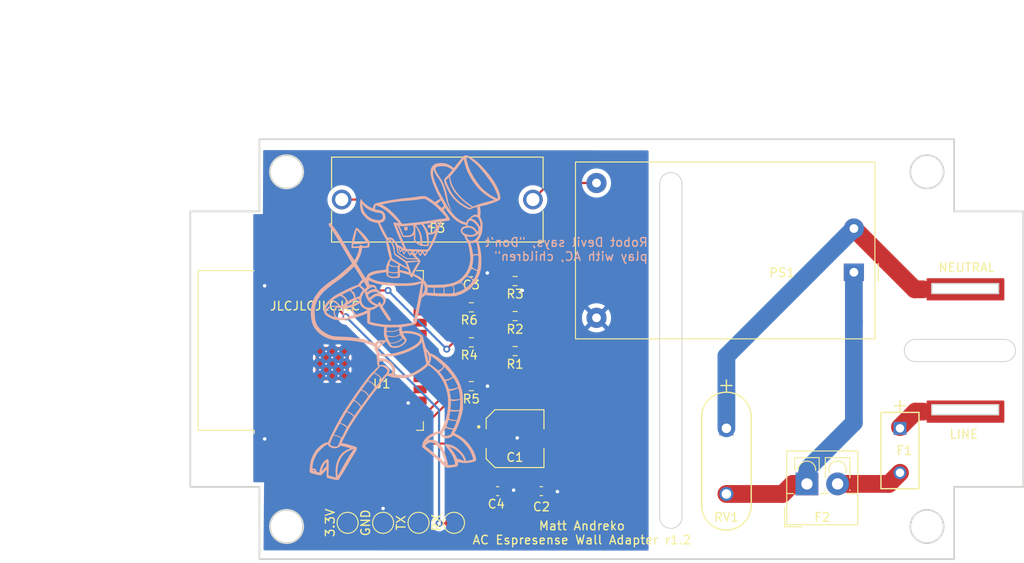
<source format=kicad_pcb>
(kicad_pcb (version 20221018) (generator pcbnew)
  (layers (0 "F.Cu" signal) (31 "B.Cu" signal) (34 "B.Paste" user) (35 "F.Paste" user) (36 "B.SilkS" user "B.Silkscreen") (37 "F.SilkS" user "F.Silkscreen") (38 "B.Mask" user) (39 "F.Mask" user) (44 "Edge.Cuts" user))
  (net 0 "")
  (net 1 "NEUT")
  (net 2 "Net-(F1-Pad2)")
  (net 3 "GND")
  (net 4 "Net-(PS1-AC{slash}L)")
  (net 5 "+3.3V")
  (net 6 "LINE")
  (net 7 "Net-(PS1-+Vout)")
  (net 8 "/EN")
  (net 9 "/IO0")
  (net 10 "Net-(U1-IO2)")
  (net 11 "Net-(U1-IO5)")
  (net 12 "Net-(U1-IO12)")
  (net 13 "Net-(U1-IO15)")
  (net 38 "/TX")
  (net 39 "/RX")
  (footprint "Capacitor_SMD:C_0603_1608Metric" (layer "F.Cu") (at 78 91)
    (fp_text reference "C4" (at -0.14058 1.47247) (layer "F.SilkS"))
    (fp_text value "100n")
    (pad "1" smd roundrect (at -0.775 0) (size 0.9 0.95) (layers "F.Cu" "F.Paste" "F.Mask") (net 5 "+3.3V"))
    (pad "2" smd roundrect (at 0.775 0) (size 0.9 0.95) (layers "F.Cu" "F.Paste" "F.Mask") (net 3 "GND"))
  )
  (footprint "Personal:FUSE_4527" (layer "F.Cu") (at 71.12 57.6922 180)
    (fp_text reference "F3" (at 0 -3.267808) (layer "F.SilkS"))
    (fp_text value "Quick Blow Fuse")
    (pad "1" thru_hole circle (at -10.92 0 180) (size 2.25 2.25) (drill 1.5) (layers "*.Cu" "*.Mask") (net 7 "Net-(PS1-+Vout)"))
    (pad "2" thru_hole circle (at 10.92 0 180) (size 2.25 2.25) (drill 1.5) (layers "*.Cu" "*.Mask") (net 5 "+3.3V"))
  )
  (footprint "Resistor_SMD:R_0603_1608Metric" (layer "F.Cu") (at 80 71)
    (fp_text reference "R2" (at 0 1.506328) (layer "F.SilkS"))
    (fp_text value "10k")
    (pad "1" smd roundrect (at -0.825 0) (size 0.8 0.95) (layers "F.Cu" "F.Paste" "F.Mask") (net 9 "/IO0"))
    (pad "2" smd roundrect (at 0.825 0) (size 0.8 0.95) (layers "F.Cu" "F.Paste" "F.Mask") (net 5 "+3.3V"))
  )
  (footprint "TestPoint:TestPoint_Pad_D2.0mm" (layer "F.Cu") (at 68.975 94.615 90)
    (fp_text reference "TX" (at 0 -1.998 90) (layer "F.SilkS"))
    (fp_text value "TestPoint")
    (pad "1" smd circle (at 0 0 90) (size 2 2) (layers "F.Cu" "F.Mask") (net 38 "/TX"))
  )
  (footprint "TerminalBlock_4Ucon:TerminalBlock_4Ucon_1x02_P3.50mm_Vertical" (layer "F.Cu") (at 113.34 90.17)
    (fp_text reference "F2" (at 1.75 3.81) (layer "F.SilkS"))
    (fp_text value "Thermal Fuse")
    (pad "1" thru_hole rect (at 0 0) (size 2.6 2.6) (drill 1.3) (layers "*.Cu" "*.Mask") (net 4 "Net-(PS1-AC{slash}L)"))
    (pad "2" thru_hole circle (at 3.5 0) (size 2.6 2.6) (drill 1.3) (layers "*.Cu" "*.Mask") (net 2 "Net-(F1-Pad2)"))
  )
  (footprint "Personal:RST_BEL" (layer "F.Cu") (at 123.9647 83.82 -90)
    (fp_text reference "F1" (at 2.54 -0.4953 unlocked) (layer "F.SilkS"))
    (fp_text value "Slow Blow Fuse")
    (pad "1" thru_hole rect (at 0 0 270) (size 1.4732 1.4732) (drill 0.9652) (layers "*.Cu" "*.Mask") (net 6 "LINE"))
    (pad "2" thru_hole circle (at 5.08 0 270) (size 1.4732 1.4732) (drill 0.9652) (layers "*.Cu" "*.Mask") (net 2 "Net-(F1-Pad2)"))
  )
  (footprint "Capacitor_SMD:C_0603_1608Metric" (layer "F.Cu") (at 75 66)
    (fp_text reference "C3" (at 0 1.435429) (layer "F.SilkS"))
    (fp_text value "10u")
    (pad "1" smd roundrect (at -0.775 0) (size 0.9 0.95) (layers "F.Cu" "F.Paste" "F.Mask") (net 5 "+3.3V"))
    (pad "2" smd roundrect (at 0.775 0) (size 0.9 0.95) (layers "F.Cu" "F.Paste" "F.Mask") (net 3 "GND"))
  )
  (footprint "Resistor_SMD:R_0603_1608Metric" (layer "F.Cu") (at 80 67)
    (fp_text reference "R3" (at 0 1.482695) (layer "F.SilkS"))
    (fp_text value "10k")
    (pad "1" smd roundrect (at -0.825 0) (size 0.8 0.95) (layers "F.Cu" "F.Paste" "F.Mask") (net 10 "Net-(U1-IO2)"))
    (pad "2" smd roundrect (at 0.825 0) (size 0.8 0.95) (layers "F.Cu" "F.Paste" "F.Mask") (net 3 "GND"))
  )
  (footprint "Resistor_SMD:R_0603_1608Metric" (layer "F.Cu") (at 75 70)
    (fp_text reference "R6" (at -0.237258 1.459062) (layer "F.SilkS"))
    (fp_text value "10k")
    (pad "1" smd roundrect (at -0.825 0) (size 0.8 0.95) (layers "F.Cu" "F.Paste" "F.Mask") (net 13 "Net-(U1-IO15)"))
    (pad "2" smd roundrect (at 0.825 0) (size 0.8 0.95) (layers "F.Cu" "F.Paste" "F.Mask") (net 5 "+3.3V"))
  )
  (footprint "Resistor_SMD:R_0603_1608Metric" (layer "F.Cu") (at 75 74)
    (fp_text reference "R4" (at -0.237258 1.459062) (layer "F.SilkS"))
    (fp_text value "10k")
    (pad "1" smd roundrect (at -0.825 0) (size 0.8 0.95) (layers "F.Cu" "F.Paste" "F.Mask") (net 11 "Net-(U1-IO5)"))
    (pad "2" smd roundrect (at 0.825 0) (size 0.8 0.95) (layers "F.Cu" "F.Paste" "F.Mask") (net 5 "+3.3V"))
  )
  (footprint "Converter_ACDC:Converter_ACDC_HiLink_HLK-PMxx" (layer "F.Cu") (at 118.7025 66 180)
    (fp_text reference "PS1" (at 8.2125 -0.04 180) (layer "F.SilkS"))
    (fp_text value "HLK-PM03")
    (pad "1" thru_hole rect (at 0 0 180) (size 2.3 2) (drill 1) (layers "*.Cu" "*.Mask") (net 4 "Net-(PS1-AC{slash}L)"))
    (pad "2" thru_hole circle (at 0 5 180) (size 2.3 2.3) (drill 1) (layers "*.Cu" "*.Mask") (net 1 "NEUT"))
    (pad "3" thru_hole circle (at 29.4 -5.2 180) (size 2.3 2.3) (drill 1) (layers "*.Cu" "*.Mask") (net 3 "GND"))
    (pad "4" thru_hole circle (at 29.4 10.2 180) (size 2.3 2.3) (drill 1) (layers "*.Cu" "*.Mask") (net 7 "Net-(PS1-+Vout)"))
  )
  (footprint "TestPoint:TestPoint_Pad_D2.0mm" (layer "F.Cu") (at 73.025 94.615 90)
    (fp_text reference "RX" (at 0 -1.998 90) (layer "F.SilkS"))
    (fp_text value "TestPoint")
    (pad "1" smd circle (at 0 0 90) (size 2 2) (layers "F.Cu" "F.Mask") (net 39 "/RX"))
  )
  (footprint "TestPoint:TestPoint_Pad_D2.0mm" (layer "F.Cu") (at 64.925 94.615 90)
    (fp_text reference "GND" (at 0 -1.998 90) (layer "F.SilkS"))
    (fp_text value "TestPoint")
    (pad "1" smd circle (at 0 0 90) (size 2 2) (layers "F.Cu" "F.Mask") (net 3 "GND"))
  )
  (footprint "RF_Module:ESP32-WROOM-32D" (layer "F.Cu") (at 59.645 74.93 90)
    (fp_text reference "U1" (at -3.81 5.125 180) (layer "F.SilkS"))
    (fp_text value "ESP32-WROOM-32D")
    (pad "1" smd rect (at -8.75 -8.25 90) (size 1.5 0.9) (layers "F.Cu" "F.Paste" "F.Mask") (net 3 "GND"))
    (pad "2" smd rect (at -8.75 -6.98 90) (size 1.5 0.9) (layers "F.Cu" "F.Paste" "F.Mask") (net 5 "+3.3V"))
    (pad "3" smd rect (at -8.75 -5.71 90) (size 1.5 0.9) (layers "F.Cu" "F.Paste" "F.Mask") (net 8 "/EN"))
    (pad "4" smd rect (at -8.75 -4.44 90) (size 1.5 0.9) (layers "F.Cu" "F.Paste" "F.Mask"))
    (pad "5" smd rect (at -8.75 -3.17 90) (size 1.5 0.9) (layers "F.Cu" "F.Paste" "F.Mask"))
    (pad "6" smd rect (at -8.75 -1.9 90) (size 1.5 0.9) (layers "F.Cu" "F.Paste" "F.Mask"))
    (pad "7" smd rect (at -8.75 -0.63 90) (size 1.5 0.9) (layers "F.Cu" "F.Paste" "F.Mask"))
    (pad "8" smd rect (at -8.75 0.64 90) (size 1.5 0.9) (layers "F.Cu" "F.Paste" "F.Mask"))
    (pad "9" smd rect (at -8.75 1.91 90) (size 1.5 0.9) (layers "F.Cu" "F.Paste" "F.Mask"))
    (pad "10" smd rect (at -8.75 3.18 90) (size 1.5 0.9) (layers "F.Cu" "F.Paste" "F.Mask"))
    (pad "11" smd rect (at -8.75 4.45 90) (size 1.5 0.9) (layers "F.Cu" "F.Paste" "F.Mask"))
    (pad "12" smd rect (at -8.75 5.72 90) (size 1.5 0.9) (layers "F.Cu" "F.Paste" "F.Mask"))
    (pad "13" smd rect (at -8.75 6.99 90) (size 1.5 0.9) (layers "F.Cu" "F.Paste" "F.Mask"))
    (pad "14" smd rect (at -8.75 8.26 90) (size 1.5 0.9) (layers "F.Cu" "F.Paste" "F.Mask") (net 12 "Net-(U1-IO12)"))
    (pad "15" smd rect (at -5.71 9.51 180) (size 1.5 0.9) (layers "F.Cu" "F.Paste" "F.Mask") (net 3 "GND"))
    (pad "16" smd rect (at -4.44 9.51 180) (size 1.5 0.9) (layers "F.Cu" "F.Paste" "F.Mask"))
    (pad "17" smd rect (at -3.17 9.51 180) (size 1.5 0.9) (layers "F.Cu" "F.Paste" "F.Mask"))
    (pad "18" smd rect (at -1.9 9.51 180) (size 1.5 0.9) (layers "F.Cu" "F.Paste" "F.Mask"))
    (pad "19" smd rect (at -0.63 9.51 180) (size 1.5 0.9) (layers "F.Cu" "F.Paste" "F.Mask"))
    (pad "20" smd rect (at 0.64 9.51 180) (size 1.5 0.9) (layers "F.Cu" "F.Paste" "F.Mask"))
    (pad "21" smd rect (at 1.91 9.51 180) (size 1.5 0.9) (layers "F.Cu" "F.Paste" "F.Mask"))
    (pad "22" smd rect (at 3.18 9.51 180) (size 1.5 0.9) (layers "F.Cu" "F.Paste" "F.Mask"))
    (pad "23" smd rect (at 4.45 9.51 180) (size 1.5 0.9) (layers "F.Cu" "F.Paste" "F.Mask") (net 13 "Net-(U1-IO15)"))
    (pad "24" smd rect (at 5.72 9.51 180) (size 1.5 0.9) (layers "F.Cu" "F.Paste" "F.Mask") (net 10 "Net-(U1-IO2)"))
    (pad "25" smd rect (at 8.75 8.26 90) (size 1.5 0.9) (layers "F.Cu" "F.Paste" "F.Mask") (net 9 "/IO0"))
    (pad "26" smd rect (at 8.75 6.99 90) (size 1.5 0.9) (layers "F.Cu" "F.Paste" "F.Mask"))
    (pad "27" smd rect (at 8.75 5.72 90) (size 1.5 0.9) (layers "F.Cu" "F.Paste" "F.Mask"))
    (pad "28" smd rect (at 8.75 4.45 90) (size 1.5 0.9) (layers "F.Cu" "F.Paste" "F.Mask"))
    (pad "29" smd rect (at 8.75 3.18 90) (size 1.5 0.9) (layers "F.Cu" "F.Paste" "F.Mask") (net 11 "Net-(U1-IO5)"))
    (pad "30" smd rect (at 8.75 1.91 90) (size 1.5 0.9) (layers "F.Cu" "F.Paste" "F.Mask"))
    (pad "31" smd rect (at 8.75 0.64 90) (size 1.5 0.9) (layers "F.Cu" "F.Paste" "F.Mask"))
    (pad "32" smd rect (at 8.75 -0.63 90) (size 1.5 0.9) (layers "F.Cu" "F.Paste" "F.Mask"))
    (pad "33" smd rect (at 8.75 -1.9 90) (size 1.5 0.9) (layers "F.Cu" "F.Paste" "F.Mask"))
    (pad "34" smd rect (at 8.75 -3.17 90) (size 1.5 0.9) (layers "F.Cu" "F.Paste" "F.Mask") (net 39 "/RX"))
    (pad "35" smd rect (at 8.75 -4.44 90) (size 1.5 0.9) (layers "F.Cu" "F.Paste" "F.Mask") (net 38 "/TX"))
    (pad "36" smd rect (at 8.75 -5.71 90) (size 1.5 0.9) (layers "F.Cu" "F.Paste" "F.Mask"))
    (pad "37" smd rect (at 8.75 -6.98 90) (size 1.5 0.9) (layers "F.Cu" "F.Paste" "F.Mask"))
    (pad "38" smd rect (at 8.75 -8.25 90) (size 1.5 0.9) (layers "F.Cu" "F.Paste" "F.Mask") (net 3 "GND"))
    (pad "39" smd rect (at -2.9 -1.93 90) (size 0.9 0.9) (layers "F.Cu" "F.Paste") (net 3 "GND"))
    (pad "39" thru_hole circle (at -2.9 -1.23 90) (size 0.6 0.6) (drill 0.2) (property pad_prop_heatsink) (layers "*.Cu" "F.Mask") (net 3 "GND"))
    (pad "39" smd rect (at -2.9 -0.53 90) (size 0.9 0.9) (layers "F.Cu" "F.Paste") (net 3 "GND"))
    (pad "39" thru_hole circle (at -2.9 0.17 90) (size 0.6 0.6) (drill 0.2) (property pad_prop_heatsink) (layers "*.Cu" "F.Mask") (net 3 "GND"))
    (pad "39" smd rect (at -2.9 0.87 90) (size 0.9 0.9) (layers "F.Cu" "F.Paste") (net 3 "GND"))
    (pad "39" thru_hole circle (at -2.2 -1.93 90) (size 0.6 0.6) (drill 0.2) (property pad_prop_heatsink) (layers "*.Cu" "F.Mask") (net 3 "GND"))
    (pad "39" thru_hole circle (at -2.2 -0.53 90) (size 0.6 0.6) (drill 0.2) (property pad_prop_heatsink) (layers "*.Cu" "F.Mask") (net 3 "GND"))
    (pad "39" thru_hole circle (at -2.2 0.87 90) (size 0.6 0.6) (drill 0.2) (property pad_prop_heatsink) (layers "*.Cu" "F.Mask") (net 3 "GND"))
    (pad "39" thru_hole circle (at -1.525 -1.23 90) (size 0.6 0.6) (drill 0.2) (property pad_prop_heatsink) (layers "*.Cu" "F.Mask") (net 3 "GND"))
    (pad "39" thru_hole circle (at -1.525 0.17 90) (size 0.6 0.6) (drill 0.2) (property pad_prop_heatsink) (layers "*.Cu" "F.Mask") (net 3 "GND"))
    (pad "39" smd rect (at -1.5 -1.93 90) (size 0.9 0.9) (layers "F.Cu" "F.Paste") (net 3 "GND"))
    (pad "39" smd rect (at -1.5 -0.53 90) (size 0.9 0.9) (layers "F.Cu" "F.Paste") (net 3 "GND"))
    (pad "39" smd rect (at -1.5 -0.53 90) (size 3.8 3.8) (layers "F.Cu" "F.Mask") (net 3 "GND"))
    (pad "39" smd rect (at -1.5 0.87 90) (size 0.9 0.9) (layers "F.Cu" "F.Paste") (net 3 "GND"))
    (pad "39" thru_hole circle (at -0.8 -1.93 90) (size 0.6 0.6) (drill 0.2) (property pad_prop_heatsink) (layers "*.Cu" "F.Mask") (net 3 "GND"))
    (pad "39" thru_hole circle (at -0.8 -0.53 90) (size 0.6 0.6) (drill 0.2) (property pad_prop_heatsink) (layers "*.Cu" "F.Mask") (net 3 "GND"))
    (pad "39" thru_hole circle (at -0.8 0.87 90) (size 0.6 0.6) (drill 0.2) (property pad_prop_heatsink) (layers "*.Cu" "F.Mask") (net 3 "GND"))
    (pad "39" smd rect (at -0.1 -1.93 90) (size 0.9 0.9) (layers "F.Cu" "F.Paste") (net 3 "GND"))
    (pad "39" thru_hole circle (at -0.1 -1.23 90) (size 0.6 0.6) (drill 0.2) (property pad_prop_heatsink) (layers "*.Cu" "F.Mask") (net 3 "GND"))
    (pad "39" smd rect (at -0.1 -0.53 90) (size 0.9 0.9) (layers "F.Cu" "F.Paste") (net 3 "GND"))
    (pad "39" thru_hole circle (at -0.1 0.17 90) (size 0.6 0.6) (drill 0.2) (property pad_prop_heatsink) (layers "*.Cu" "F.Mask") (net 3 "GND"))
    (pad "39" smd rect (at -0.1 0.87 90) (size 0.9 0.9) (layers "F.Cu" "F.Paste") (net 3 "GND"))
    (zone (net 0) (net_name "") (layers "*.Cu") (connect_pads (clearance 0)) (min_thickness 0.254)
      (keepout (tracks not_allowed) (vias not_allowed) (pads not_allowed) (copperpour not_allowed) (footprints not_allowed))
      (fill (thermal_gap 0.508) (thermal_bridge_width 0.508))
      (polygon (pts (xy 50.095 98.93) (xy 50.095 50.93) (xy 28.905 50.93) (xy 28.905 98.93)))
    )
  )
  (footprint "Capacitor_SMD:C_0603_1608Metric" (layer "F.Cu") (at 83 91)
    (fp_text reference "C2" (at 0.019694 1.791593) (layer "F.SilkS"))
    (fp_text value "100n")
    (pad "1" smd roundrect (at -0.775 0) (size 0.9 0.95) (layers "F.Cu" "F.Paste" "F.Mask") (net 5 "+3.3V"))
    (pad "2" smd roundrect (at 0.775 0) (size 0.9 0.95) (layers "F.Cu" "F.Paste" "F.Mask") (net 3 "GND"))
  )
  (footprint "Resistor_SMD:R_0603_1608Metric" (layer "F.Cu") (at 80 75)
    (fp_text reference "R1" (at 0 1.496103) (layer "F.SilkS"))
    (fp_text value "10k")
    (pad "1" smd roundrect (at -0.825 0) (size 0.8 0.95) (layers "F.Cu" "F.Paste" "F.Mask") (net 5 "+3.3V"))
    (pad "2" smd roundrect (at 0.825 0) (size 0.8 0.95) (layers "F.Cu" "F.Paste" "F.Mask") (net 8 "/EN"))
  )
  (footprint "Personal:VARS_B72214S_15p5x5p4-7p5_TDK" (layer "F.Cu") (at 104.14 83.82 -90)
    (fp_text reference "RV1" (at 10.16 0 unlocked) (layer "F.SilkS"))
    (fp_text value "Varistor")
    (pad "1" thru_hole rect (at 0 0 270) (size 1.6002 1.6002) (drill 1.0922) (layers "*.Cu" "*.Mask") (net 1 "NEUT"))
    (pad "2" thru_hole circle (at 7.5 0 270) (size 1.6002 1.6002) (drill 1.0922) (layers "*.Cu" "*.Mask") (net 4 "Net-(PS1-AC{slash}L)"))
  )
  (footprint "Resistor_SMD:R_0603_1608Metric" (layer "F.Cu") (at 75 79)
    (fp_text reference "R5" (at 0 1.47247) (layer "F.SilkS"))
    (fp_text value "10k")
    (pad "1" smd roundrect (at -0.825 0) (size 0.8 0.95) (layers "F.Cu" "F.Paste" "F.Mask") (net 12 "Net-(U1-IO12)"))
    (pad "2" smd roundrect (at 0.825 0) (size 0.8 0.95) (layers "F.Cu" "F.Paste" "F.Mask") (net 3 "GND"))
  )
  (footprint "Personal:CAP_EEEFK1C101P" (layer "F.Cu") (at 80 85)
    (fp_text reference "C1" (at -0.017368 2.135509) (layer "F.SilkS"))
    (fp_text value "100u")
    (pad "1" smd rect (at -2.5 0) (size 3.2 1.6) (layers "F.Cu" "F.Paste" "F.Mask") (net 5 "+3.3V"))
    (pad "2" smd rect (at 2.5 0) (size 3.2 1.6) (layers "F.Cu" "F.Paste" "F.Mask") (net 3 "GND"))
  )
  (footprint "TestPoint:TestPoint_Pad_D2.0mm" (layer "F.Cu") (at 60.875 94.615 90)
    (fp_text reference "3.3V" (at 0 -1.998 90) (layer "F.SilkS"))
    (fp_text value "TestPoint")
    (pad "1" smd circle (at 0 0 90) (size 2 2) (layers "F.Cu" "F.Mask") (net 5 "+3.3V"))
  )
  (footprint "Personal:robot_devil" (layer "B.Cu") (at 67.31 71.12 180)
    (fp_text reference "G***" hide)
    (fp_text value "LOGO" hide)
  )
  (gr_circle (center 127.0508 95.0341) (end 128.9558 95.0341) (stroke (width 0.2)) (fill none) (layer "Edge.Cuts"))
  (gr_circle (center 53.8988 54.5211) (end 55.8038 54.5211) (stroke (width 0.2)) (fill none) (layer "Edge.Cuts"))
  (gr_line (start 135.89 76.2) (end 125.73 76.2) (stroke (width 0.1)) (layer "Edge.Cuts"))
  (gr_line (start 50.8 90.5129) (end 50.8 98.7552) (stroke (width 0.2)) (layer "Edge.Cuts"))
  (gr_circle (center 127.0508 54.5211) (end 128.9558 54.5211) (stroke (width 0.2)) (fill none) (layer "Edge.Cuts"))
  (gr_line (start 131.4196 81.1276) (end 127.6096 81.1276) (stroke (width 0.15)) (layer "Edge.Cuts"))
  (gr_arc (start 125.73 76.2) (mid 124.46 74.93) (end 125.73 73.66) (stroke (width 0.1)) (layer "Edge.Cuts"))
  (gr_arc (start 96.52 55.88) (mid 97.79 54.61) (end 99.06 55.88) (stroke (width 0.1)) (layer "Edge.Cuts"))
  (gr_line (start 50.8 98.7552) (end 130.1496 98.7552) (stroke (width 0.2)) (layer "Edge.Cuts"))
  (gr_line (start 130.1496 90.5129) (end 130.1496 98.7552) (stroke (width 0.2)) (layer "Edge.Cuts"))
  (gr_line (start 50.8 59.0423) (end 42.9006 59.0423) (stroke (width 0.2)) (layer "Edge.Cuts"))
  (gr_line (start 135.2296 68.4276) (end 135.2296 67.2846) (stroke (width 0.15)) (layer "Edge.Cuts"))
  (gr_line (start 131.4196 68.4276) (end 135.2296 68.4276) (stroke (width 0.15)) (layer "Edge.Cuts"))
  (gr_line (start 42.9006 59.0423) (end 42.9006 90.5129) (stroke (width 0.2)) (layer "Edge.Cuts"))
  (gr_line (start 127.6096 68.4276) (end 127.6096 67.2846) (stroke (width 0.15)) (layer "Edge.Cuts"))
  (gr_line (start 125.73 73.66) (end 135.89 73.66) (stroke (width 0.1)) (layer "Edge.Cuts"))
  (gr_arc (start 99.06 93.98) (mid 97.79 95.25) (end 96.52 93.98) (stroke (width 0.1)) (layer "Edge.Cuts"))
  (gr_line (start 135.2296 81.1276) (end 135.2296 82.2706) (stroke (width 0.15)) (layer "Edge.Cuts"))
  (gr_line (start 99.06 93.98) (end 99.06 55.88) (stroke (width 0.1)) (layer "Edge.Cuts"))
  (gr_arc (start 135.89 73.66) (mid 137.16 74.93) (end 135.89 76.2) (stroke (width 0.1)) (layer "Edge.Cuts"))
  (gr_line (start 127.6096 82.2706) (end 135.2296 82.2706) (stroke (width 0.15)) (layer "Edge.Cuts"))
  (gr_line (start 127.6096 81.1276) (end 127.6096 82.2706) (stroke (width 0.15)) (layer "Edge.Cuts"))
  (gr_line (start 138.049 59.0423) (end 138.049 90.5129) (stroke (width 0.2)) (layer "Edge.Cuts"))
  (gr_line (start 131.4196 81.1276) (end 135.2296 81.1276) (stroke (width 0.15)) (layer "Edge.Cuts"))
  (gr_circle (center 53.8988 95.0341) (end 55.8038 95.0341) (stroke (width 0.2)) (fill none) (layer "Edge.Cuts"))
  (gr_line (start 42.9006 90.5129) (end 50.8 90.5129) (stroke (width 0.2)) (layer "Edge.Cuts"))
  (gr_line (start 130.1496 59.0423) (end 138.049 59.0423) (stroke (width 0.2)) (layer "Edge.Cuts"))
  (gr_line (start 50.8 50.8) (end 130.1496 50.8) (stroke (width 0.2)) (layer "Edge.Cuts"))
  (gr_line (start 50.8 50.8) (end 50.8 59.0423) (stroke (width 0.2)) (layer "Edge.Cuts"))
  (gr_line (start 138.049 90.5129) (end 130.1496 90.5129) (stroke (width 0.2)) (layer "Edge.Cuts"))
  (gr_line (start 130.1496 50.8) (end 130.1496 59.0423) (stroke (width 0.2)) (layer "Edge.Cuts"))
  (gr_line (start 127.6096 68.4276) (end 131.4196 68.4276) (stroke (width 0.15)) (layer "Edge.Cuts"))
  (gr_line (start 127.6096 67.2846) (end 135.2296 67.2846) (stroke (width 0.15)) (layer "Edge.Cuts"))
  (gr_line (start 96.52 55.88) (end 96.52 93.98) (stroke (width 0.1)) (layer "Edge.Cuts"))
  (gr_text "Robot Devil says, {dblquote}Don't \nplay with AC, children{dblquote}" (at 95.25 64.77) (layer "B.SilkS") (effects (font (size 1 1)) (justify left bottom mirror)))
  (gr_text "LINE" (at 129.54 85.09) (layer "F.SilkS") (effects (font (size 1 1)) (justify left bottom)))
  (gr_text "JLCJLCJLCJLC" (at 57.15 69.85) (layer "F.SilkS") (effects (font (size 1 1))))
  (gr_text "Matt Andreko\nAC Espresense Wall Adapter r1.2" (at 87.63 97.155) (layer "F.SilkS") (effects (font (size 1 1)) (justify bottom)))
  (gr_text "NEUTRAL" (at 128.27 66.04) (layer "F.SilkS") (effects (font (size 1 1)) (justify left bottom)))
  (segment (start 118.702 61) (end 125.648 67.945) (width 2.032) (layer "F.Cu") (net 1))
  (segment (start 125.648 67.945) (end 126.594 67.945) (width 2.032) (layer "F.Cu") (net 1))
  (segment (start 104.14 83.82) (end 104.14 75.5625) (width 2.032) (layer "B.Cu") (net 1))
  (segment (start 118.7025 61) (end 118.702 61) (width 0.25) (layer "B.Cu") (net 1))
  (segment (start 118.702 61) (end 116.761 62.9419) (width 2.032) (layer "B.Cu") (net 1))
  (segment (start 116.761 62.9419) (end 116.76 62.9419) (width 2.032) (layer "B.Cu") (net 1))
  (segment (start 104.14 75.5625) (end 116.76 62.9419) (width 2.032) (layer "B.Cu") (net 1))
  (segment (start 116.76 62.9419) (end 118.702 61) (width 2.032) (layer "B.Cu") (net 1))
  (segment (start 123.9647 88.9) (end 123.965 88.9003) (width 0.25) (layer "F.Cu") (net 2))
  (segment (start 116.84 90.17) (end 122.695 90.17) (width 2.032) (layer "F.Cu") (net 2))
  (segment (start 122.695 90.17) (end 123.965 88.9003) (width 2.032) (layer "F.Cu") (net 2))
  (segment (start 59.815 75.03) (end 60.515 75.03) (width 0.25) (layer "F.Cu") (net 3))
  (segment (start 80.4921 84.919) (end 80.2461 84.919) (width 0.25) (layer "F.Cu") (net 3))
  (segment (start 75.8514 66.0764) (end 76.8288 66.0764) (width 0.25) (layer "F.Cu") (net 3))
  (segment (start 69.155 80.64) (end 68.0781 80.64) (width 0.25) (layer "F.Cu") (net 3))
  (segment (start 68.0781 80.64) (end 67.7898 80.9283) (width 0.25) (layer "F.Cu") (net 3))
  (segment (start 59.115 77.13) (end 59.115 76.43) (width 0.25) (layer "F.Cu") (net 3))
  (segment (start 83.8265 91.0515) (end 83.775 91) (width 0.25) (layer "F.Cu") (net 3))
  (segment (start 64.925 92.974) (end 64.925 94.615) (width 0.25) (layer "F.Cu") (net 3))
  (segment (start 59.115 75.03) (end 58.415 75.03) (width 0.25) (layer "F.Cu") (net 3))
  (segment (start 82.5 85) (end 80.5731 85) (width 0.25) (layer "F.Cu") (net 3))
  (segment (start 51.395 67.5393) (end 51.395 66.18) (width 0.25) (layer "F.Cu") (net 3))
  (segment (start 76.8483 79.0043) (end 75.8293 79.0043) (width 0.25) (layer "F.Cu") (net 3))
  (segment (start 79.8332 90.8844) (end 78.8906 90.8844) (width 0.25) (layer "F.Cu") (net 3))
  (segment (start 75.8293 79.0043) (end 75.825 79) (width 0.25) (layer "F.Cu") (net 3))
  (segment (start 75.775 66) (end 75.8514 66.0764) (width 0.25) (layer "F.Cu") (net 3))
  (segment (start 84.8356 91.0515) (end 83.8265 91.0515) (width 0.25) (layer "F.Cu") (net 3))
  (segment (start 58.415 75.03) (end 57.715 75.03) (width 0.25) (layer "F.Cu") (net 3))
  (segment (start 80.825 68.078) (end 80.825 67) (width 0.25) (layer "F.Cu") (net 3))
  (segment (start 78.8906 90.8844) (end 78.775 91) (width 0.25) (layer "F.Cu") (net 3))
  (segment (start 60.515 75.73) (end 60.515 76.43) (width 0.25) (layer "F.Cu") (net 3))
  (segment (start 59.815 77.83) (end 60.515 77.83) (width 0.25) (layer "F.Cu") (net 3))
  (segment (start 51.395 85.0325) (end 51.395 83.68) (width 0.25) (layer "F.Cu") (net 3))
  (segment (start 59.115 77.83) (end 59.815 77.83) (width 0.25) (layer "F.Cu") (net 3))
  (segment (start 80.5731 85) (end 80.4921 84.919) (width 0.25) (layer "F.Cu") (net 3))
  (segment (start 58.415 77.83) (end 57.715 77.83) (width 0.25) (layer "F.Cu") (net 3))
  (segment (start 57.715 75.73) (end 57.715 76.43) (width 0.25) (layer "F.Cu") (net 3))
  (via (at 51.395 85.0325) (size 0.8) (drill 0.4) (layers "F.Cu" "B.Cu") (net 3))
  (via (at 76.8288 66.0764) (size 0.8) (drill 0.4) (layers "F.Cu" "B.Cu") (net 3))
  (via (at 76.8483 79.0043) (size 0.8) (drill 0.4) (layers "F.Cu" "B.Cu") (net 3))
  (via (at 67.7898 80.9283) (size 0.8) (drill 0.4) (layers "F.Cu" "B.Cu") (net 3))
  (via (at 84.8356 91.0515) (size 0.8) (drill 0.4) (layers "F.Cu" "B.Cu") (net 3))
  (via (at 80.2461 84.919) (size 0.8) (drill 0.4) (layers "F.Cu" "B.Cu") (net 3))
  (via (at 51.395 67.5393) (size 0.8) (drill 0.4) (layers "F.Cu" "B.Cu") (net 3))
  (via (at 79.8332 90.8844) (size 0.8) (drill 0.4) (layers "F.Cu" "B.Cu") (net 3))
  (via (at 64.925 92.974) (size 0.8) (drill 0.4) (layers "F.Cu" "B.Cu") (net 3))
  (via (at 80.825 68.078) (size 0.8) (drill 0.4) (layers "F.Cu" "B.Cu") (net 3))
  (segment (start 111.713 90.17) (end 113.34 90.17) (width 2.032) (layer "F.Cu") (net 4))
  (segment (start 104.14 91.32) (end 110.563 91.32) (width 2.032) (layer "F.Cu") (net 4))
  (segment (start 110.563 91.32) (end 111.713 90.17) (width 2.032) (layer "F.Cu") (net 4))
  (segment (start 118.702 83.1806) (end 118.702 71.6699) (width 2.032) (layer "B.Cu") (net 4))
  (segment (start 118.7025 71.6694) (end 118.7025 66) (width 2.032) (layer "B.Cu") (net 4))
  (segment (start 118.702 71.6699) (end 118.7025 71.6694) (width 0.25) (layer "B.Cu") (net 4))
  (segment (start 113.34 90.17) (end 113.34 88.5431) (width 2.032) (layer "B.Cu") (net 4))
  (segment (start 113.34 88.5431) (end 118.702 83.1806) (width 2.032) (layer "B.Cu") (net 4))
  (segment (start 75.825 74) (end 78.175 74) (width 0.25) (layer "F.Cu") (net 5))
  (segment (start 53.4715 85.5634) (end 59.8644 85.5634) (width 0.25) (layer "F.Cu") (net 5))
  (segment (start 80.97 73.35) (end 80.825 73.35) (width 0.25) (layer "F.Cu") (net 5))
  (segment (start 77.5 85) (end 77.5 85.5634) (width 0.25) (layer "F.Cu") (net 5))
  (segment (start 80.825 71) (end 82.55 69.275) (width 0.25) (layer "F.Cu") (net 5))
  (segment (start 82.225 91) (end 80.515 92.71) (width 0.25) (layer "F.Cu") (net 5))
  (segment (start 65.9172 57.6922) (end 74.225 66) (width 0.25) (layer "F.Cu") (net 5))
  (segment (start 82.55 69.275) (end 82.55 66.04) (width 0.25) (layer "F.Cu") (net 5))
  (segment (start 60.875 86.574) (end 60.875 94.615) (width 0.25) (layer "F.Cu") (net 5))
  (segment (start 80.515 92.71) (end 78.935 92.71) (width 0.25) (layer "F.Cu") (net 5))
  (segment (start 77.5 83.8731) (end 82.55 78.8231) (width 0.25) (layer "F.Cu") (net 5))
  (segment (start 77.5 90.725) (end 77.225 91) (width 0.25) (layer "F.Cu") (net 5))
  (segment (start 80.825 73.35) (end 79.175 75) (width 0.25) (layer "F.Cu") (net 5))
  (segment (start 77.5 85.5634) (end 77.5 90.725) (width 0.25) (layer "F.Cu") (net 5))
  (segment (start 60.2 57.6922) (end 65.9172 57.6922) (width 0.25) (layer "F.Cu") (net 5))
  (segment (start 78.935 92.71) (end 77.225 91) (width 0.25) (layer "F.Cu") (net 5))
  (segment (start 52.665 83.68) (end 52.665 84.7569) (width 0.25) (layer "F.Cu") (net 5))
  (segment (start 52.665 84.7569) (end 53.4715 85.5634) (width 0.25) (layer "F.Cu") (net 5))
  (segment (start 78.175 74) (end 79.175 75) (width 0.25) (layer "F.Cu") (net 5))
  (segment (start 80.825 71) (end 80.825 73.35) (width 0.25) (layer "F.Cu") (net 5))
  (segment (start 59.8644 85.5634) (end 60.875 86.574) (width 0.25) (layer "F.Cu") (net 5))
  (segment (start 81.28 64.77) (end 75.455 64.77) (width 0.25) (layer "F.Cu") (net 5))
  (segment (start 82.55 66.04) (end 81.28 64.77) (width 0.25) (layer "F.Cu") (net 5))
  (segment (start 59.8644 85.5634) (end 77.5 85.5634) (width 0.25) (layer "F.Cu") (net 5))
  (segment (start 75.825 70) (end 75.825 74) (width 0.25) (layer "F.Cu") (net 5))
  (segment (start 82.55 78.8231) (end 82.55 74.93) (width 0.25) (layer "F.Cu") (net 5))
  (segment (start 82.55 74.93) (end 80.97 73.35) (width 0.25) (layer "F.Cu") (net 5))
  (segment (start 77.5 85) (end 77.5 83.8731) (width 0.25) (layer "F.Cu") (net 5))
  (segment (start 75.455 64.77) (end 74.225 66) (width 0.25) (layer "F.Cu") (net 5))
  (segment (start 123.965 83.6803) (end 125.73 81.915) (width 2.032) (layer "F.Cu") (net 6))
  (segment (start 125.73 81.915) (end 126.594 81.915) (width 2.032) (layer "F.Cu") (net 6))
  (segment (start 123.9647 83.82) (end 123.965 83.82) (width 0.25) (layer "F.Cu") (net 6))
  (segment (start 89.3025 55.8) (end 83.9322 55.8) (width 0.25) (layer "F.Cu") (net 7))
  (segment (start 83.9322 55.8) (end 82.04 57.6922) (width 0.25) (layer "F.Cu") (net 7))
  (segment (start 80.825 75) (end 78.2751 77.5499) (width 0.25) (layer "F.Cu") (net 8))
  (segment (start 74.3809 77.5499) (end 70.2004 81.7304) (width 0.25) (layer "F.Cu") (net 8))
  (segment (start 54.8077 81.7304) (end 53.935 82.6031) (width 0.25) (layer "F.Cu") (net 8))
  (segment (start 70.2004 81.7304) (end 54.8077 81.7304) (width 0.25) (layer "F.Cu") (net 8))
  (segment (start 53.935 82.6031) (end 53.935 83.68) (width 0.25) (layer "F.Cu") (net 8))
  (segment (start 78.2751 77.5499) (end 74.3809 77.5499) (width 0.25) (layer "F.Cu") (net 8))
  (segment (start 78.6214 66.04) (end 77.3514 67.31) (width 0.25) (layer "F.Cu") (net 9))
  (segment (start 67.905 66.18) (end 67.905 66.635) (width 0.25) (layer "F.Cu") (net 9))
  (segment (start 79.9146 70.2604) (end 79.9146 66.5108) (width 0.25) (layer "F.Cu") (net 9))
  (segment (start 79.175 71) (end 79.9146 70.2604) (width 0.25) (layer "F.Cu") (net 9))
  (segment (start 67.905 66.635) (end 68.58 67.31) (width 0.25) (layer "F.Cu") (net 9))
  (segment (start 79.4438 66.04) (end 78.6214 66.04) (width 0.25) (layer "F.Cu") (net 9))
  (segment (start 68.58 67.31) (end 77.3514 67.31) (width 0.25) (layer "F.Cu") (net 9))
  (segment (start 79.9146 66.5108) (end 79.4438 66.04) (width 0.25) (layer "F.Cu") (net 9))
  (segment (start 79.175 67) (end 77.7087 68.4663) (width 0.25) (layer "F.Cu") (net 10))
  (segment (start 77.7087 68.4663) (end 70.9756 68.4663) (width 0.25) (layer "F.Cu") (net 10))
  (segment (start 70.9756 68.4663) (end 70.2319 69.21) (width 0.25) (layer "F.Cu") (net 10))
  (segment (start 70.2319 69.21) (end 69.155 69.21) (width 0.25) (layer "F.Cu") (net 10))
  (segment (start 74.175 74) (end 72.9698 74) (width 0.25) (layer "F.Cu") (net 11))
  (segment (start 72.9698 74) (end 72.1926 74.7772) (width 0.25) (layer "F.Cu") (net 11))
  (segment (start 62.825 66.18) (end 62.825 67.18) (width 0.25) (layer "F.Cu") (net 11))
  (segment (start 63.7204 68.0754) (end 65.4908 68.0754) (width 0.25) (layer "F.Cu") (net 11))
  (segment (start 62.825 67.18) (end 63.7204 68.0754) (width 0.25) (layer "F.Cu") (net 11))
  (via (at 65.4908 68.0754) (size 0.8) (drill 0.4) (layers "F.Cu" "B.Cu") (net 11))
  (via (at 72.1926 74.7772) (size 0.8) (drill 0.4) (layers "F.Cu" "B.Cu") (net 11))
  (segment (start 72.1926 74.7772) (end 65.4908 68.0754) (width 0.25) (layer "B.Cu") (net 11))
  (segment (start 67.905 83.68) (end 69.495 83.68) (width 0.25) (layer "F.Cu") (net 12))
  (segment (start 69.495 83.68) (end 74.175 79) (width 0.25) (layer "F.Cu") (net 12))
  (segment (start 70.7119 70) (end 70.2319 70.48) (width 0.25) (layer "F.Cu") (net 13))
  (segment (start 70.2319 70.48) (end 69.155 70.48) (width 0.25) (layer "F.Cu") (net 13))
  (segment (start 74.175 70) (end 70.7119 70) (width 0.25) (layer "F.Cu") (net 13))
  (segment (start 50.6181 81.5609) (end 50.6181 86.8131) (width 0.25) (layer "F.Cu") (net 38))
  (segment (start 55.205 66.18) (end 55.205 76.974) (width 0.25) (layer "F.Cu") (net 38))
  (segment (start 58.42 97.155) (end 66.435 97.155) (width 0.25) (layer "F.Cu") (net 38))
  (segment (start 57.15 93.345) (end 57.15 95.885) (width 0.25) (layer "F.Cu") (net 38))
  (segment (start 66.435 97.155) (end 68.975 94.615) (width 0.25) (layer "F.Cu") (net 38))
  (segment (start 55.205 76.974) (end 50.6181 81.5609) (width 0.25) (layer "F.Cu") (net 38))
  (segment (start 50.6181 86.8131) (end 57.15 93.345) (width 0.25) (layer "F.Cu") (net 38))
  (segment (start 57.15 95.885) (end 58.42 97.155) (width 0.25) (layer "F.Cu") (net 38))
  (segment (start 71.318 94.6758) (end 72.9642 94.6758) (width 0.25) (layer "F.Cu") (net 39))
  (segment (start 56.475 66.18) (end 56.475 66.8692) (width 0.25) (layer "F.Cu") (net 39))
  (segment (start 56.475 66.8692) (end 60.6787 71.0729) (width 0.25) (layer "F.Cu") (net 39))
  (segment (start 72.9642 94.6758) (end 73.025 94.615) (width 0.25) (layer "F.Cu") (net 39))
  (via (at 71.318 94.6758) (size 0.8) (drill 0.4) (layers "F.Cu" "B.Cu") (net 39))
  (via (at 60.6787 71.0729) (size 0.8) (drill 0.4) (layers "F.Cu" "B.Cu") (net 39))
  (segment (start 60.6787 71.0729) (end 71.318 81.7122) (width 0.25) (layer "B.Cu") (net 39))
  (segment (start 71.318 81.7122) (end 71.318 94.6758) (width 0.25) (layer "B.Cu") (net 39))
  (zone (net 1) (net_name "NEUT") (layer "F.Cu") (priority 1) (connect_pads yes (clearance 0.508)) (min_thickness 0.25) (fill yes (thermal_gap 0.5) (thermal_bridge_width 0.5))
    (polygon (pts (xy 135.89 69.215) (xy 135.89 66.675) (xy 127 66.675) (xy 127 69.215)))
  )
  (zone (net 6) (net_name "LINE") (layer "F.Cu") (priority 2) (connect_pads yes (clearance 0.508)) (min_thickness 0.25) (fill yes (thermal_gap 0.5) (thermal_bridge_width 0.5))
    (polygon (pts (xy 127 80.645) (xy 135.89 80.645) (xy 135.89 83.185) (xy 127 83.185)))
  )
  (zone (net 3) (net_name "GND") (layer "B.Cu") (name "GND") (connect_pads (clearance 0.508)) (min_thickness 0.254) (fill yes (thermal_gap 0.508) (thermal_bridge_width 0.508))
    (polygon (pts (xy 95.25 52.07) (xy 95.25 97.79) (xy 51.265292 97.763355) (xy 51.331762 89.986329) (xy 43.355326 89.986329) (xy 43.421796 59.40999) (xy 51.198821 59.34352) (xy 51.228042 52.040778)))
  )
)
</source>
